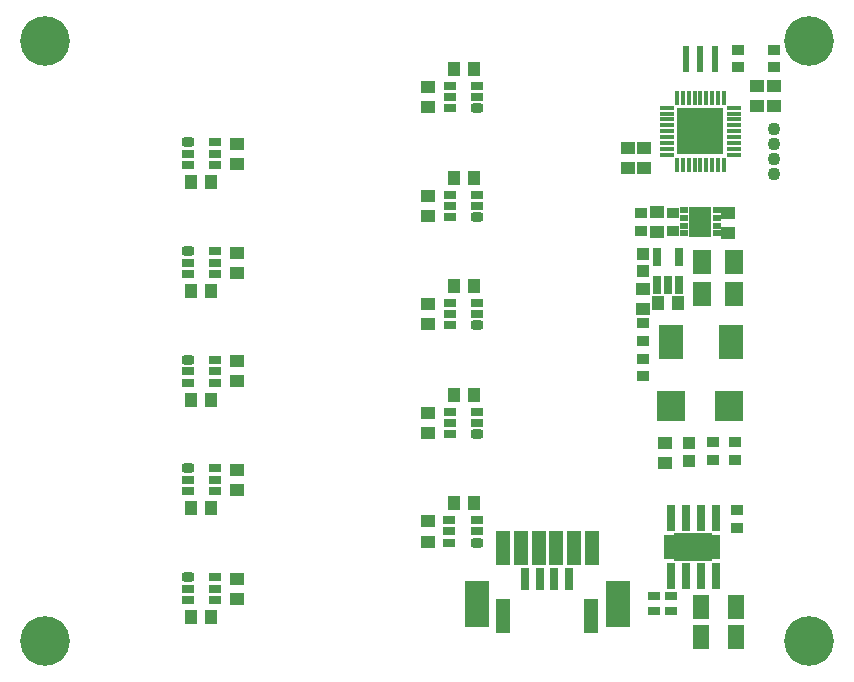
<source format=gts>
G04*
G04 #@! TF.GenerationSoftware,Altium Limited,Altium Designer,21.4.1 (30)*
G04*
G04 Layer_Color=8388736*
%FSLAX44Y44*%
%MOMM*%
G71*
G04*
G04 #@! TF.SameCoordinates,D53256CB-C1F1-4DD1-8798-C7F680685F2F*
G04*
G04*
G04 #@! TF.FilePolarity,Negative*
G04*
G01*
G75*
%ADD41R,1.3500X2.0200*%
%ADD42R,0.4600X1.2800*%
%ADD43R,1.0500X0.8000*%
%ADD44R,1.2000X1.0000*%
%ADD45R,1.0000X1.2000*%
%ADD46R,1.1000X0.8000*%
G04:AMPARAMS|DCode=47|XSize=0.8mm|YSize=1.1mm|CornerRadius=0.25mm|HoleSize=0mm|Usage=FLASHONLY|Rotation=90.000|XOffset=0mm|YOffset=0mm|HoleType=Round|Shape=RoundedRectangle|*
%AMROUNDEDRECTD47*
21,1,0.8000,0.6000,0,0,90.0*
21,1,0.3000,1.1000,0,0,90.0*
1,1,0.5000,0.3000,0.1500*
1,1,0.5000,0.3000,-0.1500*
1,1,0.5000,-0.3000,-0.1500*
1,1,0.5000,-0.3000,0.1500*
%
%ADD47ROUNDEDRECTD47*%
%ADD48R,0.7250X0.5000*%
%ADD49R,1.1000X0.9000*%
%ADD50R,0.7588X1.5208*%
%ADD51R,1.0000X1.0000*%
%ADD52R,0.6000X2.2000*%
%ADD53R,1.1300X1.0900*%
%ADD54R,1.2000X2.9000*%
%ADD55R,2.0000X4.0000*%
%ADD56R,1.2800X0.4600*%
%ADD57R,3.9000X3.9000*%
%ADD58R,2.4000X2.5000*%
%ADD59R,2.1050X2.9940*%
%ADD60R,0.8000X2.1700*%
%ADD61R,3.2000X2.3300*%
%ADD62R,1.2000X2.9000*%
%ADD63R,0.8000X1.9000*%
%ADD64R,1.5800X2.0200*%
%ADD65R,1.8500X2.6500*%
%ADD66C,4.2000*%
%ADD67C,0.6000*%
%ADD68C,1.1000*%
G36*
X1323560Y830330D02*
Y851330D01*
X1371010D01*
Y830330D01*
X1323560D01*
D02*
G37*
D41*
X1384720Y789910D02*
D03*
X1355020D02*
D03*
Y764510D02*
D03*
X1384720D02*
D03*
D42*
X1354202Y1220950D02*
D03*
X1359202D02*
D03*
X1364203D02*
D03*
X1369202D02*
D03*
X1374203D02*
D03*
Y1164650D02*
D03*
X1369202D02*
D03*
X1364203D02*
D03*
X1359202D02*
D03*
X1354202D02*
D03*
X1349203D02*
D03*
X1344202D02*
D03*
X1339203D02*
D03*
X1334202D02*
D03*
Y1220950D02*
D03*
X1339203D02*
D03*
X1344202D02*
D03*
X1349203D02*
D03*
D43*
X1329100Y786656D02*
D03*
Y799100D02*
D03*
X1315100Y786656D02*
D03*
Y799100D02*
D03*
D44*
X1123567Y1046492D02*
D03*
Y1029492D02*
D03*
Y954492D02*
D03*
Y937493D02*
D03*
Y1230492D02*
D03*
Y1213492D02*
D03*
Y1138193D02*
D03*
Y1121193D02*
D03*
X1123540Y862460D02*
D03*
Y845460D02*
D03*
X1306500Y1161650D02*
D03*
Y1178650D02*
D03*
X1293000Y1161650D02*
D03*
Y1178650D02*
D03*
X1305500Y1042400D02*
D03*
Y1059400D02*
D03*
X961660Y1182340D02*
D03*
Y1165340D02*
D03*
X961633Y1090007D02*
D03*
Y1073008D02*
D03*
Y998008D02*
D03*
Y981008D02*
D03*
Y906307D02*
D03*
Y889307D02*
D03*
Y814007D02*
D03*
Y797008D02*
D03*
X1402500Y1214170D02*
D03*
Y1231170D02*
D03*
X1416400Y1214135D02*
D03*
Y1231135D02*
D03*
X1377900Y1106800D02*
D03*
Y1123800D02*
D03*
X1324070Y929220D02*
D03*
Y912220D02*
D03*
X1317600Y1107532D02*
D03*
Y1124532D02*
D03*
D45*
X1162167Y1061892D02*
D03*
X1145167D02*
D03*
X1162167Y1153593D02*
D03*
X1145167D02*
D03*
X1162167Y969893D02*
D03*
X1145167D02*
D03*
X1162167Y1245892D02*
D03*
X1145167D02*
D03*
X1162140Y877860D02*
D03*
X1145140D02*
D03*
X923060Y1149940D02*
D03*
X940060D02*
D03*
X923033Y1057607D02*
D03*
X940033D02*
D03*
X923033Y965608D02*
D03*
X940033D02*
D03*
X923033Y873907D02*
D03*
X940033D02*
D03*
X923033Y781608D02*
D03*
X940033D02*
D03*
X1318200Y1047300D02*
D03*
X1335200D02*
D03*
D46*
X1164767Y1139191D02*
D03*
Y1129691D02*
D03*
X1141767Y1139191D02*
D03*
Y1129691D02*
D03*
Y1120191D02*
D03*
X1164767Y1231490D02*
D03*
Y1221990D02*
D03*
X1141767Y1231490D02*
D03*
Y1221990D02*
D03*
Y1212490D02*
D03*
X1164767Y1047490D02*
D03*
Y1037990D02*
D03*
X1141767Y1047490D02*
D03*
Y1037990D02*
D03*
Y1028490D02*
D03*
X1164767Y955490D02*
D03*
Y945990D02*
D03*
X1141767Y955490D02*
D03*
Y945990D02*
D03*
Y936490D02*
D03*
X1164740Y863457D02*
D03*
Y853958D02*
D03*
X1141740Y863457D02*
D03*
Y853958D02*
D03*
Y844457D02*
D03*
X920460Y1173842D02*
D03*
Y1164342D02*
D03*
X943460D02*
D03*
Y1173842D02*
D03*
Y1183343D02*
D03*
X920433Y1081510D02*
D03*
Y1072010D02*
D03*
X943433D02*
D03*
Y1081510D02*
D03*
Y1091010D02*
D03*
X920433Y989510D02*
D03*
Y980010D02*
D03*
X943433D02*
D03*
Y989510D02*
D03*
Y999010D02*
D03*
X920433Y897809D02*
D03*
Y888309D02*
D03*
X943433D02*
D03*
Y897809D02*
D03*
Y907309D02*
D03*
X920433Y805510D02*
D03*
Y796010D02*
D03*
X943433D02*
D03*
Y805510D02*
D03*
Y815010D02*
D03*
D47*
X1164767Y1120191D02*
D03*
Y1212490D02*
D03*
Y1028490D02*
D03*
Y936490D02*
D03*
X1164740Y844457D02*
D03*
X920460Y1183343D02*
D03*
X920433Y1091010D02*
D03*
Y999010D02*
D03*
Y907309D02*
D03*
Y815010D02*
D03*
D48*
X1340578Y1119450D02*
D03*
Y1112950D02*
D03*
X1367827Y1125950D02*
D03*
Y1119450D02*
D03*
Y1112950D02*
D03*
Y1106450D02*
D03*
X1340578Y1125950D02*
D03*
Y1106450D02*
D03*
D49*
X1304200Y1123532D02*
D03*
Y1108532D02*
D03*
X1305500Y1015300D02*
D03*
Y1030300D02*
D03*
Y985300D02*
D03*
Y1000300D02*
D03*
X1416900Y1261935D02*
D03*
Y1246935D02*
D03*
X1385900Y1261935D02*
D03*
Y1246935D02*
D03*
X1383570Y914720D02*
D03*
Y929720D02*
D03*
X1385570Y871930D02*
D03*
Y856930D02*
D03*
X1364903Y914720D02*
D03*
Y929720D02*
D03*
X1330700Y1123532D02*
D03*
Y1108532D02*
D03*
D50*
X1317302Y1062816D02*
D03*
X1326700D02*
D03*
X1336098D02*
D03*
Y1086184D02*
D03*
X1317302D02*
D03*
D51*
X1305750Y1089200D02*
D03*
Y1074200D02*
D03*
D52*
X1342202Y1254300D02*
D03*
X1354202D02*
D03*
X1366202D02*
D03*
D53*
X1344387Y913370D02*
D03*
Y928770D02*
D03*
D54*
X1187168Y839769D02*
D03*
X1202168D02*
D03*
X1217168D02*
D03*
X1232168D02*
D03*
X1247168D02*
D03*
X1262168D02*
D03*
D55*
X1164668Y792769D02*
D03*
X1284668D02*
D03*
D56*
X1382352Y1212800D02*
D03*
X1326052D02*
D03*
X1382352Y1207800D02*
D03*
Y1202800D02*
D03*
Y1197800D02*
D03*
Y1192800D02*
D03*
Y1187800D02*
D03*
Y1182800D02*
D03*
Y1177800D02*
D03*
Y1172800D02*
D03*
X1326052D02*
D03*
Y1177800D02*
D03*
Y1182800D02*
D03*
Y1187800D02*
D03*
Y1192800D02*
D03*
Y1197800D02*
D03*
Y1202800D02*
D03*
Y1207800D02*
D03*
D57*
X1354202Y1192800D02*
D03*
D58*
X1329070Y960090D02*
D03*
X1378070D02*
D03*
D59*
X1379867Y1014190D02*
D03*
X1329067D02*
D03*
D60*
X1328960Y816080D02*
D03*
X1341660D02*
D03*
X1354360D02*
D03*
X1367060D02*
D03*
Y865580D02*
D03*
X1354360D02*
D03*
X1341660D02*
D03*
X1328960D02*
D03*
D61*
X1348010Y840830D02*
D03*
D62*
X1261565Y782033D02*
D03*
X1187065D02*
D03*
D63*
X1243065Y814034D02*
D03*
X1230565D02*
D03*
X1205565D02*
D03*
X1218065D02*
D03*
D64*
X1355215Y1055340D02*
D03*
X1382595D02*
D03*
X1355215Y1082010D02*
D03*
X1382595D02*
D03*
D65*
X1354202Y1116200D02*
D03*
D66*
X799400Y1269092D02*
D03*
Y761258D02*
D03*
X1446300D02*
D03*
Y1269092D02*
D03*
D67*
X1348010Y848330D02*
D03*
Y833330D02*
D03*
X1333010D02*
D03*
Y848330D02*
D03*
X1363010D02*
D03*
Y833330D02*
D03*
D68*
X1416387Y1156950D02*
D03*
Y1169450D02*
D03*
Y1181950D02*
D03*
Y1194450D02*
D03*
M02*

</source>
